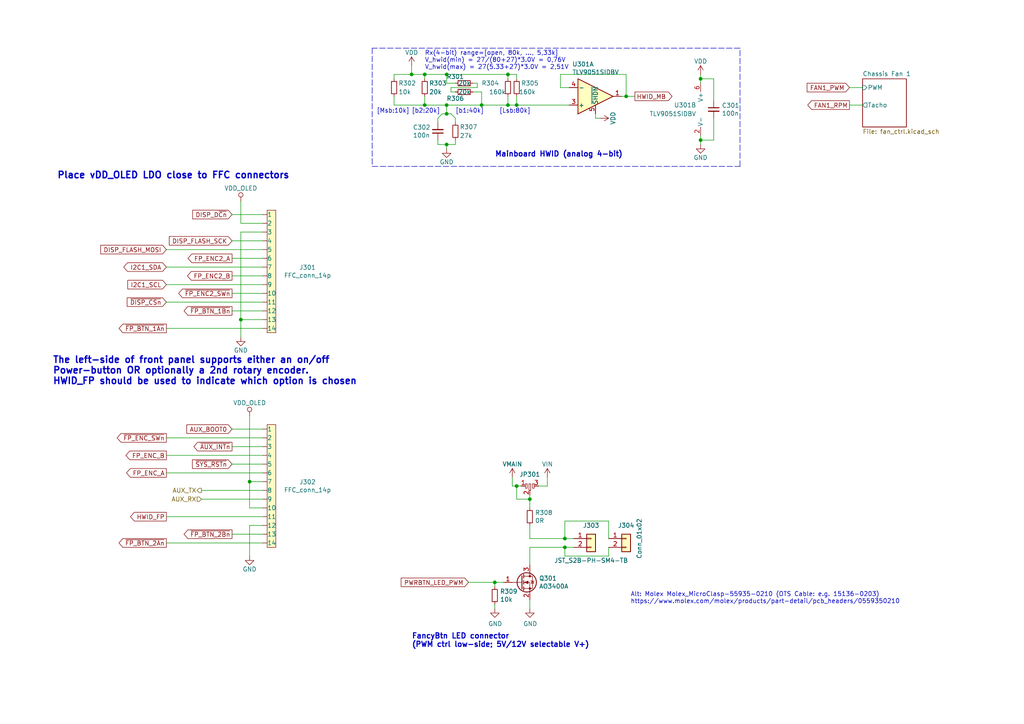
<source format=kicad_sch>
(kicad_sch (version 20231120) (generator "eeschema") (generator_version "8.0")
  (paper "A4")
  (title_block (title "Front-side and internal connectors") (date "2020-12-13") (rev "r0.1") (company "MaJo"))
  (lib_symbols
    (symbol "Connector_Generic:Conn_01x02" (pin_names (offset 1.016) hide)
      (property "Reference" "J" (at 0 2.54 0))
      (property "Value" "Conn_01x02" (at 0 -5.08 0))
      (symbol "Conn_01x02_1_1"
        (rectangle (start -1.27 -2.413) (end 0 -2.667) (stroke (width 0.1524)))
        (rectangle (start -1.27 0.127) (end 0 -0.127) (stroke (width 0.1524)))
        (rectangle (start -1.27 1.27) (end 1.27 -3.81) (stroke (width 0.254)) (fill (type background)))
        (pin passive line (at -5.08 0 0) (length 3.81) (name "Pin_1") (number "1"))
        (pin passive line (at -5.08 -2.54 0) (length 3.81) (name "Pin_2") (number "2"))
      )
    )
    (symbol "Device:C_Small" (pin_numbers hide) (pin_names (offset 0.254) hide)
      (property "Reference" "C" (at 0.254 1.778 0))
      (property "Value" "C_Small" (at 0.254 -2.032 0))
      (symbol "C_Small_0_1"
        (polyline (pts (xy -1.524 -0.508) (xy 1.524 -0.508)) (stroke (width 0.3302)))
        (polyline (pts (xy -1.524 0.508) (xy 1.524 0.508)) (stroke (width 0.3048)))
      )
      (symbol "C_Small_1_1"
        (pin passive line (at 0 2.54 270) (length 2.032) (name "~") (number "1"))
        (pin passive line (at 0 -2.54 90) (length 2.032) (name "~") (number "2"))
      )
    )
    (symbol "Device:R_Small" (pin_numbers hide) (pin_names (offset 0.254) hide)
      (property "Reference" "R" (at 0.762 0.508 0))
      (property "Value" "R_Small" (at 0.762 -1.016 0))
      (symbol "R_Small_0_1"
        (rectangle (start -0.762 1.778) (end 0.762 -1.778) (stroke (width 0.2032)))
      )
      (symbol "R_Small_1_1"
        (pin passive line (at 0 2.54 270) (length 0.762) (name "~") (number "1"))
        (pin passive line (at 0 -2.54 90) (length 0.762) (name "~") (number "2"))
      )
    )
    (symbol "Transistor_FET:AO3400A" (pin_names hide)
      (property "Reference" "Q" (at 5.08 1.905 0))
      (property "Value" "AO3400A" (at 5.08 0 0))
      (symbol "AO3400A_0_1"
        (polyline (pts (xy 0.254 0) (xy -2.54 0)))
        (polyline (pts (xy 0.254 1.905) (xy 0.254 -1.905)) (stroke (width 0.254)))
        (polyline (pts (xy 0.762 -1.27) (xy 0.762 -2.286)) (stroke (width 0.254)))
        (polyline (pts (xy 0.762 0.508) (xy 0.762 -0.508)) (stroke (width 0.254)))
        (polyline (pts (xy 0.762 2.286) (xy 0.762 1.27)) (stroke (width 0.254)))
        (polyline (pts (xy 2.54 2.54) (xy 2.54 1.778)))
        (polyline (pts (xy 2.54 -2.54) (xy 2.54 0) (xy 0.762 0)))
        (polyline (pts (xy 0.762 -1.778) (xy 3.302 -1.778) (xy 3.302 1.778) (xy 0.762 1.778)))
        (polyline (pts (xy 1.016 0) (xy 2.032 0.381) (xy 2.032 -0.381) (xy 1.016 0)) (fill (type outline)))
        (polyline (pts (xy 2.794 0.508) (xy 2.921 0.381) (xy 3.683 0.381) (xy 3.81 0.254)))
        (polyline (pts (xy 3.302 0.381) (xy 2.921 -0.254) (xy 3.683 -0.254) (xy 3.302 0.381)))
        (circle (center 1.651 0) (radius 2.794) (stroke (width 0.254)))
        (circle (center 2.54 -1.778) (radius 0.254) (fill (type outline)))
        (circle (center 2.54 1.778) (radius 0.254) (fill (type outline)))
      )
      (symbol "AO3400A_1_1"
        (pin input line (at -5.08 0 0) (length 2.54) (name "G") (number "1"))
        (pin passive line (at 2.54 -5.08 90) (length 2.54) (name "S") (number "2"))
        (pin passive line (at 2.54 5.08 270) (length 2.54) (name "D") (number "3"))
      )
    )
    (symbol "customlib_mj:FFC_conn_14p" (pin_numbers hide) (pin_names (offset 0.0254))
      (property "Reference" "J" (at 0 -19.05 0))
      (property "Value" "FFC_conn_14p" (at 2.54 0 90))
      (symbol "FFC_conn_14p_0_1"
        (rectangle (start -1.27 17.78) (end 1.27 -17.78) (fill (type background)))
      )
      (symbol "FFC_conn_14p_1_1"
        (pin passive line (at -2.54 16.51 0) (length 1.27) (name "1") (number "1"))
        (pin passive line (at -2.54 -6.35 0) (length 1.27) (name "10") (number "10"))
        (pin passive line (at -2.54 -8.89 0) (length 1.27) (name "11") (number "11"))
        (pin passive line (at -2.54 -11.43 0) (length 1.27) (name "12") (number "12"))
        (pin passive line (at -2.54 -13.97 0) (length 1.27) (name "13") (number "13"))
        (pin passive line (at -2.54 -16.51 0) (length 1.27) (name "14") (number "14"))
        (pin no_connect line (at 2.54 17.78 180) (length 1.27) hide (name "~") (number "15"))
        (pin no_connect line (at 2.54 -17.78 180) (length 1.27) hide (name "~") (number "16"))
        (pin passive line (at -2.54 13.97 0) (length 1.27) (name "2") (number "2"))
        (pin passive line (at -2.54 11.43 0) (length 1.27) (name "3") (number "3"))
        (pin passive line (at -2.54 8.89 0) (length 1.27) (name "4") (number "4"))
        (pin passive line (at -2.54 6.35 0) (length 1.27) (name "5") (number "5"))
        (pin passive line (at -2.54 3.81 0) (length 1.27) (name "6") (number "6"))
        (pin passive line (at -2.54 1.27 0) (length 1.27) (name "7") (number "7"))
        (pin passive line (at -2.54 -1.27 0) (length 1.27) (name "8") (number "8"))
        (pin passive line (at -2.54 -3.81 0) (length 1.27) (name "9") (number "9"))
      )
    )
    (symbol "customlib_mj:TLV9051SIDBV" (pin_names (offset 0.127))
      (property "Reference" "U" (at 1.27 3.81 0))
      (property "Value" "TLV9051SIDBV" (at -2.54 -5.08 0))
      (symbol "TLV9051SIDBV_1_1"
        (polyline (pts (xy -5.08 5.08) (xy 5.08 0) (xy -5.08 -5.08) (xy -5.08 5.08)) (stroke (width 0.254)) (fill (type background)))
        (pin output line (at 7.62 0 180) (length 2.54) (name "~") (number "1"))
        (pin input line (at -7.62 2.54 0) (length 2.54) (name "+") (number "3"))
        (pin input line (at -7.62 -2.54 0) (length 2.54) (name "-") (number "4"))
        (pin input line (at 0 5.08 270) (length 2.54) (name "~{SHDN}") (number "5"))
      )
      (symbol "TLV9051SIDBV_2_1"
        (pin power_in line (at 0 -7.62 90) (length 2.54) (name "V-") (number "2"))
        (pin power_in line (at 0 7.62 270) (length 2.54) (name "V+") (number "6"))
      )
    )
    (symbol "customlib_mj:VDD_OLED" (power) (pin_names (offset 0))
      (property "Value" "VDD_OLED" (at 0 3.81 0))
      (symbol "VDD_OLED_0_1"
        (polyline (pts (xy 0 0) (xy 0 1.27)))
        (circle (center 0 1.905) (radius 0.635))
      )
      (symbol "VDD_OLED_1_1"
        (pin power_in line (at 0 0 90) (length 0) hide (name "VDD_OLED") (number "1"))
      )
    )
    (symbol "customlib_mj:VIN" (power) (pin_names (offset 0))
      (property "Value" "VIN" (at 0 3.81 0))
      (symbol "VIN_0_1"
        (polyline (pts (xy -0.762 1.27) (xy 0 2.54)))
        (polyline (pts (xy 0 0) (xy 0 2.54)))
        (polyline (pts (xy 0 2.54) (xy 0.762 1.27)))
      )
      (symbol "VIN_1_1"
        (pin power_in line (at 0 0 90) (length 0) hide (name "VIN") (number "1"))
      )
    )
    (symbol "customlib_mj:VMAIN" (power) (pin_names (offset 0))
      (property "Value" "VMAIN" (at 0 3.81 0))
      (symbol "VMAIN_0_1"
        (polyline (pts (xy -0.762 1.27) (xy 0 2.54)))
        (polyline (pts (xy 0 0) (xy 0 2.54)))
        (polyline (pts (xy 0 2.54) (xy 0.762 1.27)))
      )
      (symbol "VMAIN_1_1"
        (pin power_in line (at 0 0 90) (length 0) hide (name "VMAIN") (number "1"))
      )
    )
    (symbol "customlib_mj:dogbone_3_ud" (pin_names (offset 1.016))
      (property "Reference" "JP" (at 0 1.905 0))
      (symbol "dogbone_3_ud_0_1"
        (rectangle (start -1.27 0.635) (end -0.762 -0.635))
        (rectangle (start -0.254 0.635) (end 0.254 -1.27))
        (rectangle (start 1.27 0.635) (end 0.762 -0.635))
      )
      (symbol "dogbone_3_ud_1_1"
        (pin passive line (at -2.54 0 0) (length 1.27) (name "~") (number "1"))
        (pin passive line (at 0 -2.54 90) (length 1.27) (name "~") (number "2"))
        (pin passive line (at 2.54 0 180) (length 1.27) (name "~") (number "3"))
      )
    )
    (symbol "power:GND" (power) (pin_names (offset 0))
      (property "Value" "GND" (at 0 -3.81 0))
      (symbol "GND_0_1"
        (polyline (pts (xy 0 0) (xy 0 -1.27) (xy 1.27 -1.27) (xy 0 -2.54) (xy -1.27 -1.27) (xy 0 -1.27)))
      )
      (symbol "GND_1_1"
        (pin power_in line (at 0 0 270) (length 0) hide (name "GND") (number "1"))
      )
    )
    (symbol "power:VDD" (power) (pin_names (offset 0))
      (property "Value" "VDD" (at 0 3.81 0))
      (symbol "VDD_0_1"
        (polyline (pts (xy -0.762 1.27) (xy 0 2.54)))
        (polyline (pts (xy 0 0) (xy 0 2.54)))
        (polyline (pts (xy 0 2.54) (xy 0.762 1.27)))
      )
      (symbol "VDD_1_1"
        (pin power_in line (at 0 0 90) (length 0) hide (name "VDD") (number "1"))
      )
    )
  )
  (junction (at 149.86 30.48))
  (junction (at 149.86 140.97))
  (junction (at 147.32 21.59))
  (junction (at 163.83 156.21))
  (junction (at 129.54 30.48))
  (junction (at 123.19 30.48))
  (junction (at 203.2 22.86))
  (junction (at 123.19 21.59))
  (junction (at 163.83 158.75))
  (junction (at 147.32 30.48))
  (junction (at 69.85 92.71))
  (junction (at 119.38 21.59))
  (junction (at 129.54 33.02))
  (junction (at 139.7 30.48))
  (junction (at 129.54 41.91))
  (junction (at 143.51 168.91))
  (junction (at 203.2 40.64))
  (junction (at 153.67 144.78))
  (junction (at 129.54 21.59))
  (junction (at 181.61 27.94))
  (junction (at 72.39 139.7))
  (wire (pts (xy 69.85 64.77) (xy 69.85 58.42)))
  (wire (pts (xy 114.3 27.94) (xy 114.3 30.48)))
  (wire (pts (xy 132.08 35.56) (xy 132.08 34.29)))
  (wire (pts (xy 163.83 151.13) (xy 176.53 151.13)))
  (wire (pts (xy 162.56 21.59) (xy 181.61 21.59)))
  (wire (pts (xy 76.2 95.25) (xy 48.26 95.25)))
  (wire (pts (xy 69.85 67.31) (xy 69.85 92.71)))
  (wire (pts (xy 132.08 41.91) (xy 132.08 40.64)))
  (wire (pts (xy 76.2 149.86) (xy 48.26 149.86)))
  (wire (pts (xy 163.83 156.21) (xy 163.83 151.13)))
  (wire (pts (xy 67.31 80.01) (xy 76.2 80.01)))
  (wire (pts (xy 76.2 92.71) (xy 69.85 92.71)))
  (polyline (pts (xy 107.95 13.97) (xy 107.95 48.26)) (stroke (width 0) (type dash)))
  (wire (pts (xy 147.32 22.86) (xy 147.32 21.59)))
  (wire (pts (xy 148.59 138.43) (xy 148.59 140.97)))
  (wire (pts (xy 153.67 152.4) (xy 153.67 156.21)))
  (wire (pts (xy 76.2 62.23) (xy 67.31 62.23)))
  (wire (pts (xy 162.56 25.4) (xy 162.56 21.59)))
  (wire (pts (xy 76.2 132.08) (xy 48.26 132.08)))
  (wire (pts (xy 76.2 77.47) (xy 48.26 77.47)))
  (wire (pts (xy 153.67 144.78) (xy 153.67 143.51)))
  (polyline (pts (xy 107.95 48.26) (xy 214.63 48.26)) (stroke (width 0) (type dash)))
  (wire (pts (xy 165.1 25.4) (xy 162.56 25.4)))
  (wire (pts (xy 69.85 92.71) (xy 69.85 97.79)))
  (wire (pts (xy 153.67 173.99) (xy 153.67 176.53)))
  (polyline (pts (xy 214.63 48.26) (xy 214.63 13.97)) (stroke (width 0) (type dash)))
  (wire (pts (xy 163.83 156.21) (xy 166.37 156.21)))
  (wire (pts (xy 207.01 40.64) (xy 207.01 34.29)))
  (wire (pts (xy 127 35.56) (xy 127 34.29)))
  (wire (pts (xy 76.2 144.78) (xy 58.42 144.78)))
  (wire (pts (xy 163.83 158.75) (xy 163.83 161.29)))
  (wire (pts (xy 76.2 90.17) (xy 67.31 90.17)))
  (wire (pts (xy 143.51 170.18) (xy 143.51 168.91)))
  (wire (pts (xy 149.86 21.59) (xy 149.86 22.86)))
  (wire (pts (xy 114.3 22.86) (xy 114.3 21.59)))
  (wire (pts (xy 76.2 142.24) (xy 58.42 142.24)))
  (wire (pts (xy 76.2 72.39) (xy 48.26 72.39)))
  (wire (pts (xy 123.19 22.86) (xy 123.19 21.59)))
  (wire (pts (xy 138.43 25.4) (xy 130.81 25.4)))
  (wire (pts (xy 76.2 129.54) (xy 67.31 129.54)))
  (wire (pts (xy 130.81 33.02) (xy 129.54 33.02)))
  (wire (pts (xy 149.86 144.78) (xy 153.67 144.78)))
  (wire (pts (xy 72.39 139.7) (xy 76.2 139.7)))
  (wire (pts (xy 250.19 30.48) (xy 246.38 30.48)))
  (wire (pts (xy 72.39 147.32) (xy 72.39 139.7)))
  (wire (pts (xy 76.2 82.55) (xy 48.26 82.55)))
  (wire (pts (xy 132.08 24.13) (xy 129.54 24.13)))
  (wire (pts (xy 143.51 168.91) (xy 146.05 168.91)))
  (wire (pts (xy 132.08 34.29) (xy 130.81 33.02)))
  (wire (pts (xy 172.72 34.29) (xy 172.72 33.02)))
  (wire (pts (xy 158.75 140.97) (xy 158.75 138.43)))
  (wire (pts (xy 76.2 127) (xy 48.26 127)))
  (wire (pts (xy 207.01 29.21) (xy 207.01 22.86)))
  (wire (pts (xy 203.2 40.64) (xy 207.01 40.64)))
  (wire (pts (xy 203.2 41.91) (xy 203.2 40.64)))
  (wire (pts (xy 114.3 21.59) (xy 119.38 21.59)))
  (wire (pts (xy 128.27 33.02) (xy 127 34.29)))
  (wire (pts (xy 147.32 27.94) (xy 147.32 30.48)))
  (polyline (pts (xy 214.63 13.97) (xy 107.95 13.97)) (stroke (width 0) (type dash)))
  (wire (pts (xy 163.83 158.75) (xy 166.37 158.75)))
  (wire (pts (xy 129.54 33.02) (xy 129.54 30.48)))
  (wire (pts (xy 148.59 140.97) (xy 149.86 140.97)))
  (wire (pts (xy 129.54 21.59) (xy 147.32 21.59)))
  (wire (pts (xy 143.51 176.53) (xy 143.51 175.26)))
  (wire (pts (xy 69.85 67.31) (xy 76.2 67.31)))
  (wire (pts (xy 123.19 21.59) (xy 129.54 21.59)))
  (wire (pts (xy 153.67 158.75) (xy 163.83 158.75)))
  (wire (pts (xy 135.89 168.91) (xy 143.51 168.91)))
  (wire (pts (xy 127 41.91) (xy 129.54 41.91)))
  (wire (pts (xy 129.54 41.91) (xy 132.08 41.91)))
  (wire (pts (xy 153.67 163.83) (xy 153.67 158.75)))
  (wire (pts (xy 72.39 120.65) (xy 72.39 139.7)))
  (wire (pts (xy 153.67 147.32) (xy 153.67 144.78)))
  (wire (pts (xy 129.54 24.13) (xy 129.54 21.59)))
  (wire (pts (xy 76.2 154.94) (xy 67.31 154.94)))
  (wire (pts (xy 76.2 124.46) (xy 67.31 124.46)))
  (wire (pts (xy 130.81 26.67) (xy 132.08 26.67)))
  (wire (pts (xy 123.19 30.48) (xy 129.54 30.48)))
  (wire (pts (xy 67.31 85.09) (xy 76.2 85.09)))
  (wire (pts (xy 176.53 161.29) (xy 176.53 158.75)))
  (wire (pts (xy 153.67 156.21) (xy 163.83 156.21)))
  (wire (pts (xy 176.53 151.13) (xy 176.53 156.21)))
  (wire (pts (xy 76.2 152.4) (xy 72.39 152.4)))
  (wire (pts (xy 67.31 74.93) (xy 76.2 74.93)))
  (wire (pts (xy 76.2 134.62) (xy 67.31 134.62)))
  (wire (pts (xy 129.54 30.48) (xy 139.7 30.48)))
  (wire (pts (xy 76.2 64.77) (xy 69.85 64.77)))
  (wire (pts (xy 72.39 152.4) (xy 72.39 161.29)))
  (wire (pts (xy 149.86 140.97) (xy 149.86 144.78)))
  (wire (pts (xy 76.2 87.63) (xy 48.26 87.63)))
  (wire (pts (xy 246.38 25.4) (xy 250.19 25.4)))
  (wire (pts (xy 181.61 27.94) (xy 180.34 27.94)))
  (wire (pts (xy 76.2 137.16) (xy 48.26 137.16)))
  (wire (pts (xy 129.54 33.02) (xy 128.27 33.02)))
  (wire (pts (xy 149.86 30.48) (xy 165.1 30.48)))
  (wire (pts (xy 137.16 24.13) (xy 138.43 24.13)))
  (wire (pts (xy 203.2 24.13) (xy 203.2 22.86)))
  (wire (pts (xy 76.2 147.32) (xy 72.39 147.32)))
  (wire (pts (xy 119.38 19.05) (xy 119.38 21.59)))
  (wire (pts (xy 203.2 22.86) (xy 203.2 21.59)))
  (wire (pts (xy 127 40.64) (xy 127 41.91)))
  (wire (pts (xy 139.7 30.48) (xy 147.32 30.48)))
  (wire (pts (xy 181.61 21.59) (xy 181.61 27.94)))
  (wire (pts (xy 147.32 21.59) (xy 149.86 21.59)))
  (wire (pts (xy 181.61 27.94) (xy 184.15 27.94)))
  (wire (pts (xy 207.01 22.86) (xy 203.2 22.86)))
  (wire (pts (xy 156.21 140.97) (xy 158.75 140.97)))
  (wire (pts (xy 123.19 27.94) (xy 123.19 30.48)))
  (wire (pts (xy 119.38 21.59) (xy 123.19 21.59)))
  (wire (pts (xy 76.2 69.85) (xy 67.31 69.85)))
  (wire (pts (xy 203.2 40.64) (xy 203.2 39.37)))
  (wire (pts (xy 149.86 140.97) (xy 151.13 140.97)))
  (wire (pts (xy 139.7 26.67) (xy 139.7 30.48)))
  (wire (pts (xy 138.43 24.13) (xy 138.43 25.4)))
  (wire (pts (xy 173.99 34.29) (xy 172.72 34.29)))
  (wire (pts (xy 147.32 30.48) (xy 149.86 30.48)))
  (wire (pts (xy 48.26 157.48) (xy 76.2 157.48)))
  (wire (pts (xy 163.83 161.29) (xy 176.53 161.29)))
  (wire (pts (xy 149.86 27.94) (xy 149.86 30.48)))
  (wire (pts (xy 114.3 30.48) (xy 123.19 30.48)))
  (wire (pts (xy 130.81 25.4) (xy 130.81 26.67)))
  (wire (pts (xy 137.16 26.67) (xy 139.7 26.67)))
  (wire (pts (xy 129.54 41.91) (xy 129.54 43.18)))
  (text "The left-side of front panel supports either an on/off\nPower-button OR optionally a 2nd rotary encoder.\nHWID_FP should be used to indicate which option is chosen" (at 15.24 111.76 0) (effects (font (size 1.905 1.905) (thickness 0.381) (bold yes)) (justify left bottom)))
  (text "[Msb:10k]" (at 109.22 33.02 0) (effects (font (size 1.27 1.27)) (justify left bottom)))
  (text "[b1:40k]" (at 132.08 33.02 0) (effects (font (size 1.27 1.27)) (justify left bottom)))
  (text "Mainboard HWID (analog 4-bit)" (at 143.51 45.72 0) (effects (font (size 1.524 1.524) (thickness 0.3048) (bold yes)) (justify left bottom)))
  (text "[b2:20k]" (at 119.38 33.02 0) (effects (font (size 1.27 1.27)) (justify left bottom)))
  (text "Alt: Molex Molex_MicroClasp-55935-0210 (OTS Cable: e.g. 15136-0203)\nhttps://www.molex.com/molex/products/part-detail/pcb_headers/0559350210" (at 182.88 175.26 0) (effects (font (size 1.27 1.27)) (justify left bottom)))
  (text "FancyBtn LED connector \n(PWM ctrl low-side; 5V/12V selectable V+)" (at 119.38 187.96 0) (effects (font (size 1.524 1.524) (thickness 0.3048) (bold yes)) (justify left bottom)))
  (text "Rx(4-bit) range=[open, 80k, ..., 5,33k]\nV_hwid(min) = 27/(80+27)*3.0V = 0,76V\nV_hwid(max) = 27(5.33+27)*3.0V = 2,51V" (at 123.19 20.32 0) (effects (font (size 1.27 1.27)) (justify left bottom)))
  (text "[Lsb:80k]" (at 144.78 33.02 0) (effects (font (size 1.27 1.27)) (justify left bottom)))
  (text "Place vDD_OLED LDO close to FFC connectors" (at 16.51 52.07 0) (effects (font (size 1.905 1.905) (thickness 0.381) (bold yes)) (justify left bottom)))
  (global_label "HWID_FP" (shape output) (at 48.26 149.86 180) (property "Intersheetrefs" "${INTERSHEET_REFS}" (effects (hide yes))))
  (global_label "I2C1_SCL" (shape input) (at 48.26 82.55 180) (property "Intersheetrefs" "${INTERSHEET_REFS}" (effects (hide yes))))
  (global_label "~{FP_ENC2_SWn}" (shape output) (at 67.31 85.09 180) (property "Intersheetrefs" "${INTERSHEET_REFS}" (effects (hide yes))))
  (global_label "PWRBTN_LED_PWM" (shape input) (at 135.89 168.91 180) (property "Intersheetrefs" "${INTERSHEET_REFS}" (effects (hide yes))))
  (global_label "~{DISP_CSn}" (shape input) (at 48.26 87.63 180) (property "Intersheetrefs" "${INTERSHEET_REFS}" (effects (hide yes))))
  (global_label "FAN1_RPM" (shape output) (at 246.38 30.48 180) (property "Intersheetrefs" "${INTERSHEET_REFS}" (effects (hide yes))))
  (global_label "~{SYS_RSTn}" (shape input) (at 67.31 134.62 180) (property "Intersheetrefs" "${INTERSHEET_REFS}" (effects (hide yes))))
  (global_label "~{FP_BTN_2An}" (shape output) (at 48.26 157.48 180) (property "Intersheetrefs" "${INTERSHEET_REFS}" (effects (hide yes))))
  (global_label "~{AUX_INTn}" (shape output) (at 67.31 129.54 180) (property "Intersheetrefs" "${INTERSHEET_REFS}" (effects (hide yes))))
  (global_label "DISP_FLASH_SCK" (shape input) (at 67.31 69.85 180) (property "Intersheetrefs" "${INTERSHEET_REFS}" (effects (hide yes))))
  (global_label "FP_ENC_A" (shape output) (at 48.26 137.16 180) (property "Intersheetrefs" "${INTERSHEET_REFS}" (effects (hide yes))))
  (global_label "I2C1_SDA" (shape bidirectional) (at 48.26 77.47 180) (property "Intersheetrefs" "${INTERSHEET_REFS}" (effects (hide yes))))
  (global_label "~{FP_BTN_2Bn}" (shape output) (at 67.31 154.94 180) (property "Intersheetrefs" "${INTERSHEET_REFS}" (effects (hide yes))))
  (global_label "~{FP_BTN_1Bn}" (shape output) (at 67.31 90.17 180) (property "Intersheetrefs" "${INTERSHEET_REFS}" (effects (hide yes))))
  (global_label "DISP_FLASH_MOSI" (shape input) (at 48.26 72.39 180) (property "Intersheetrefs" "${INTERSHEET_REFS}" (effects (hide yes))))
  (global_label "~{FP_BTN_1An}" (shape output) (at 48.26 95.25 180) (property "Intersheetrefs" "${INTERSHEET_REFS}" (effects (hide yes))))
  (global_label "FP_ENC_B" (shape output) (at 48.26 132.08 180) (property "Intersheetrefs" "${INTERSHEET_REFS}" (effects (hide yes))))
  (global_label "FP_ENC2_A" (shape output) (at 67.31 74.93 180) (property "Intersheetrefs" "${INTERSHEET_REFS}" (effects (hide yes))))
  (global_label "FAN1_PWM" (shape input) (at 246.38 25.4 180) (property "Intersheetrefs" "${INTERSHEET_REFS}" (effects (hide yes))))
  (global_label "FP_ENC2_B" (shape output) (at 67.31 80.01 180) (property "Intersheetrefs" "${INTERSHEET_REFS}" (effects (hide yes))))
  (global_label "HWID_MB" (shape output) (at 184.15 27.94 0) (property "Intersheetrefs" "${INTERSHEET_REFS}" (effects (hide yes))))
  (global_label "AUX_BOOT0" (shape input) (at 67.31 124.46 180) (property "Intersheetrefs" "${INTERSHEET_REFS}" (effects (hide yes))))
  (global_label "~{FP_ENC_SWn}" (shape output) (at 48.26 127 180) (property "Intersheetrefs" "${INTERSHEET_REFS}" (effects (hide yes))))
  (global_label "DISP_D~{Cn}" (shape input) (at 67.31 62.23 180) (property "Intersheetrefs" "${INTERSHEET_REFS}" (effects (hide yes))))
  (hierarchical_label "AUX_RX" (shape input) (at 58.42 144.78 180))
  (hierarchical_label "AUX_TX" (shape output) (at 58.42 142.24 180))
  (symbol (lib_id "customlib_mj:VIN") (at 158.75 138.43 0) (unit 1)
    (property "Reference" "#PWR0310" (effects (hide yes)))
    (property "Value" "VIN" (at 158.75 134.62 0))
  )
  (symbol (lib_id "customlib_mj:VMAIN") (at 148.59 138.43 0) (unit 1)
    (property "Reference" "#PWR0309" (effects (hide yes)))
    (property "Value" "VMAIN" (at 148.59 134.62 0))
  )
  (symbol (lib_id "power:GND") (at 153.67 176.53 0) (unit 1)
    (property "Reference" "#PWR0313" (effects (hide yes)))
    (property "Value" "GND" (at 153.797 180.9242 0))
  )
  (symbol (lib_id "Device:R_Small") (at 143.51 172.72 0) (unit 1)
    (property "Reference" "R309" (at 145.0086 171.5516 0) (effects (justify left)))
    (property "Value" "10k" (at 145.0086 173.863 0) (effects (justify left)))
    (property "Footprint" "Resistor_SMD:R_0402_1005Metric" (effects (hide yes)))
    (property "LCSC" "C25744" (effects (hide yes)))
  )
  (symbol (lib_id "power:GND") (at 143.51 176.53 0) (unit 1)
    (property "Reference" "#PWR0312" (effects (hide yes)))
    (property "Value" "GND" (at 143.637 180.9242 0))
  )
  (symbol (lib_id "customlib_mj:FFC_conn_14p") (at 78.74 78.74 0) (unit 1)
    (property "Reference" "J301" (at 89.2048 77.5716 0))
    (property "Value" "FFC_conn_14p" (at 89.2048 79.883 0))
    (property "Footprint" "customlib_mj_fp:FPC_14p_05mm-Molex_5052781433" (effects (hide yes)))
    (property "Datasheet" "https://www.we-online.com/catalog/datasheet/687114182122.pdf" (effects (hide yes)))
  )
  (symbol (lib_id "customlib_mj:FFC_conn_14p") (at 78.74 140.97 0) (unit 1)
    (property "Reference" "J302" (at 89.2048 139.8016 0))
    (property "Value" "FFC_conn_14p" (at 89.2048 142.113 0))
    (property "Footprint" "customlib_mj_fp:FPC_14p_05mm-Molex_5052781433" (effects (hide yes)))
    (property "Datasheet" "https://www.we-online.com/catalog/datasheet/687114182122.pdf" (effects (hide yes)))
  )
  (symbol (lib_id "Connector_Generic:Conn_01x02") (at 171.45 156.21 0) (unit 1)
    (property "Reference" "J303" (at 171.45 152.4 0))
    (property "Value" "JST_S2B-PH-SM4-TB" (at 171.45 162.56 0))
    (property "Footprint" "customlib_mj_fp:JST_PH_S2B-PH-SM4-TB_1x02-1MP_P2.00mm_Horizontal" (effects (hide yes)))
  )
  (symbol (lib_id "customlib_mj:dogbone_3_ud") (at 153.67 140.97 0) (unit 1)
    (property "Reference" "JP301" (at 153.67 137.5918 0))
    (property "Value" "dogbone_3_ud" (effects (hide yes)))
    (property "Footprint" "customlib_mj_fp:db3_ud_0603" (effects (hide yes)))
  )
  (symbol (lib_id "Device:R_Small") (at 153.67 149.86 0) (unit 1)
    (property "Reference" "R308" (at 155.1686 148.6916 0) (effects (justify left)))
    (property "Value" "0R" (at 155.1686 151.003 0) (effects (justify left)))
    (property "Footprint" "Resistor_SMD:R_0402_1005Metric" (effects (hide yes)))
    (property "LCSC" "C17168" (effects (hide yes)))
  )
  (symbol (lib_id "power:GND") (at 69.85 97.79 0) (unit 1)
    (property "Reference" "#PWR0307" (effects (hide yes)))
    (property "Value" "GND" (at 69.85 101.6 0))
  )
  (symbol (lib_id "Device:R_Small") (at 114.3 25.4 0) (unit 1)
    (property "Reference" "R302" (at 115.57 24.13 0) (effects (justify left)))
    (property "Value" "10k" (at 115.57 26.67 0) (effects (justify left)))
    (property "Footprint" "Resistor_SMD:R_0402_1005Metric" (effects (hide yes)))
    (property "LCSC" "C25744" (effects (hide yes)))
  )
  (symbol (lib_id "Device:R_Small") (at 134.62 24.13 90) (unit 1)
    (property "Reference" "R301" (at 134.62 22.225 90) (effects (justify left)))
    (property "Value" "20k" (at 136.525 24.13 90) (effects (justify left)))
    (property "Footprint" "Resistor_SMD:R_0402_1005Metric" (effects (hide yes)))
    (property "LCSC" "C25765" (effects (hide yes)))
  )
  (symbol (lib_id "Device:R_Small") (at 134.62 26.67 90) (unit 1)
    (property "Reference" "R306" (at 134.62 28.575 90) (effects (justify left)))
    (property "Value" "20k" (at 136.525 26.67 90) (effects (justify left)))
    (property "Footprint" "Resistor_SMD:R_0402_1005Metric" (effects (hide yes)))
    (property "LCSC" "C25765" (effects (hide yes)))
  )
  (symbol (lib_id "Device:R_Small") (at 123.19 25.4 0) (unit 1)
    (property "Reference" "R303" (at 124.46 24.13 0) (effects (justify left)))
    (property "Value" "20k" (at 124.46 26.67 0) (effects (justify left)))
    (property "Footprint" "Resistor_SMD:R_0402_1005Metric" (effects (hide yes)))
    (property "LCSC" "C25765" (effects (hide yes)))
  )
  (symbol (lib_id "Device:R_Small") (at 149.86 25.4 0) (unit 1)
    (property "Reference" "R305" (at 151.13 24.13 0) (effects (justify left)))
    (property "Value" "160k" (at 150.495 26.67 0) (effects (justify left)))
    (property "Footprint" "Resistor_SMD:R_0603_1608Metric" (effects (hide yes)))
    (property "LCSC" "C22813" (effects (hide yes)))
  )
  (symbol (lib_id "Device:R_Small") (at 147.32 25.4 0) (mirror y) (unit 1)
    (property "Reference" "R304" (at 144.78 24.13 0) (effects (justify left)))
    (property "Value" "160k" (at 146.685 26.67 0) (effects (justify left)))
    (property "Footprint" "Resistor_SMD:R_0603_1608Metric" (effects (hide yes)))
    (property "LCSC" "C22813" (effects (hide yes)))
  )
  (symbol (lib_id "Device:R_Small") (at 132.08 38.1 0) (unit 1)
    (property "Reference" "R307" (at 133.35 36.83 0) (effects (justify left)))
    (property "Value" "27k" (at 133.35 39.37 0) (effects (justify left)))
    (property "Footprint" "Resistor_SMD:R_0402_1005Metric" (effects (hide yes)))
    (property "LCSC" "C25771" (effects (hide yes)))
  )
  (symbol (lib_id "Device:C_Small") (at 127 38.1 0) (mirror x) (unit 1)
    (property "Reference" "C302" (at 119.7356 36.9316 0) (effects (justify left)))
    (property "Value" "100n" (at 119.7356 39.243 0) (effects (justify left)))
    (property "Footprint" "Capacitor_SMD:C_0402_1005Metric" (effects (hide yes)))
    (property "LCSC" "C1525" (effects (hide yes)))
  )
  (symbol (lib_id "power:GND") (at 129.54 43.18 0) (unit 1)
    (property "Reference" "#PWR0305" (effects (hide yes)))
    (property "Value" "GND" (at 129.54 46.99 0))
  )
  (symbol (lib_id "power:VDD") (at 119.38 19.05 0) (unit 1)
    (property "Reference" "#PWR0301" (effects (hide yes)))
    (property "Value" "VDD" (at 119.38 15.24 0))
  )
  (symbol (lib_id "power:VDD") (at 173.99 34.29 270) (unit 1)
    (property "Reference" "#PWR0303" (effects (hide yes)))
    (property "Value" "VDD" (at 177.8 34.29 0))
  )
  (symbol (lib_id "power:VDD") (at 203.2 21.59 0) (unit 1)
    (property "Reference" "#PWR0302" (effects (hide yes)))
    (property "Value" "VDD" (at 203.2 17.78 0))
  )
  (symbol (lib_id "power:GND") (at 203.2 41.91 0) (unit 1)
    (property "Reference" "#PWR0304" (effects (hide yes)))
    (property "Value" "GND" (at 203.2 45.72 0))
  )
  (symbol (lib_id "Device:C_Small") (at 207.01 31.75 0) (unit 1)
    (property "Reference" "C301" (at 209.3468 30.5816 0) (effects (justify left)))
    (property "Value" "100n" (at 209.3468 32.893 0) (effects (justify left)))
    (property "Footprint" "Capacitor_SMD:C_0402_1005Metric" (effects (hide yes)))
    (property "LCSC" "C1525" (effects (hide yes)))
  )
  (symbol (lib_id "customlib_mj:TLV9051SIDBV") (at 172.72 27.94 0) (mirror x) (unit 1)
    (property "Reference" "U301" (at 165.9636 18.6182 0) (effects (justify left)))
    (property "Value" "TLV9051SIDBV" (at 165.9636 20.9296 0) (effects (justify left)))
    (property "Footprint" "Package_TO_SOT_SMD:TSOT-23-6" (effects (hide yes)))
    (property "Datasheet" "https://www.ti.com/lit/gpn/tlv9051" (effects (hide yes)))
  )
  (symbol (lib_id "customlib_mj:TLV9051SIDBV") (at 203.2 31.75 0) (unit 2)
    (property "Reference" "U301" (at 201.93 30.48 0) (effects (justify right)))
    (property "Value" "TLV9051SIDBV" (at 201.93 33.02 0) (effects (justify right)))
    (property "Footprint" "Package_TO_SOT_SMD:TSOT-23-6" (effects (hide yes)))
    (property "Datasheet" "https://www.ti.com/lit/gpn/tlv9051" (effects (hide yes)))
  )
  (symbol (lib_id "power:GND") (at 72.39 161.29 0) (unit 1)
    (property "Reference" "#PWR0311" (effects (hide yes)))
    (property "Value" "GND" (at 72.39 165.1 0))
  )
  (symbol (lib_id "customlib_mj:VDD_OLED") (at 69.85 58.42 0) (unit 1)
    (property "Reference" "#PWR0306" (effects (hide yes)))
    (property "Value" "VDD_OLED" (at 69.85 54.61 0))
  )
  (symbol (lib_id "customlib_mj:VDD_OLED") (at 72.39 120.65 0) (unit 1)
    (property "Reference" "#PWR0308" (effects (hide yes)))
    (property "Value" "VDD_OLED" (at 72.39 116.84 0))
  )
  (symbol (lib_id "Transistor_FET:AO3400A") (at 151.13 168.91 0) (unit 1)
    (property "Reference" "Q301" (at 156.337 167.7416 0) (effects (justify left)))
    (property "Value" "AO3400A" (at 156.337 170.053 0) (effects (justify left)))
    (property "Footprint" "Package_TO_SOT_SMD:SOT-23" (effects (hide yes)))
    (property "Datasheet" "http://www.aosmd.com/pdfs/datasheet/AO3400A.pdf" (effects (hide yes)))
    (property "LCSC" "C20917" (effects (hide yes)))
  )
  (symbol (lib_id "Connector_Generic:Conn_01x02") (at 181.61 156.21 0) (unit 1)
    (property "Reference" "J304" (at 181.61 152.4 0))
    (property "Value" "Conn_01x02" (at 185.42 156.21 90))
    (property "Footprint" "Connector_PinHeader_2.54mm:PinHeader_1x02_P2.54mm_Vertical" (effects (hide yes)))
  )
  (sheet (at 250.19 22.86) (size 12.7 13.97)
    (property "Sheetname" "Chassis Fan 1" (at 250.19 22.1484 0) (effects (justify left bottom)))
    (property "Sheetfile" "fan_ctrl.kicad_sch" (at 250.19 37.4146 0) (effects (justify left top)))
    (pin "PWM" input (at 250.19 25.4 180))
    (pin "Tacho" output (at 250.19 30.48 180))
  )
)
</source>
